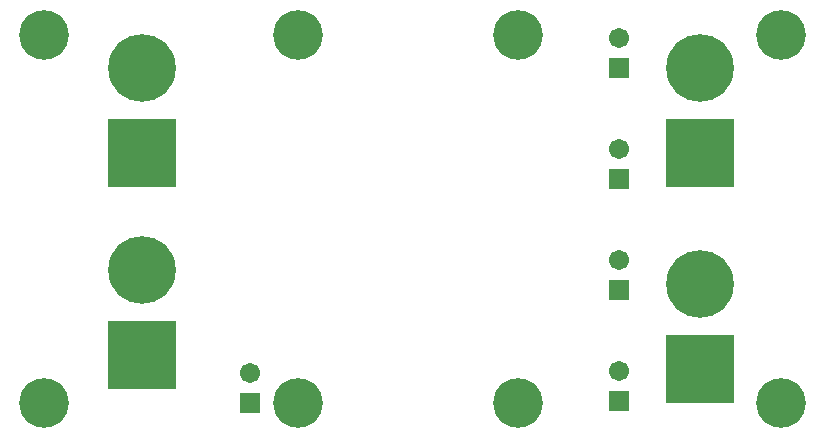
<source format=gbs>
G04*
G04 #@! TF.GenerationSoftware,Altium Limited,Altium Designer,20.0.8 (157)*
G04*
G04 Layer_Color=16711935*
%FSLAX24Y24*%
%MOIN*%
G70*
G01*
G75*
%ADD31R,0.0671X0.0671*%
%ADD32C,0.0671*%
%ADD33C,0.2252*%
%ADD34R,0.2252X0.2252*%
%ADD35C,0.1655*%
D31*
X45650Y25250D02*
D03*
Y28950D02*
D03*
Y21550D02*
D03*
Y32650D02*
D03*
X33350Y21500D02*
D03*
D32*
X45650Y26250D02*
D03*
Y29950D02*
D03*
Y22550D02*
D03*
Y33650D02*
D03*
X33350Y22500D02*
D03*
D33*
X29750Y32667D02*
D03*
Y25917D02*
D03*
X48350Y32667D02*
D03*
Y25467D02*
D03*
D34*
X29750Y29833D02*
D03*
Y23083D02*
D03*
X48350Y29833D02*
D03*
Y22633D02*
D03*
D35*
X34950Y33750D02*
D03*
Y21500D02*
D03*
X51050D02*
D03*
Y33750D02*
D03*
X42300Y21500D02*
D03*
Y33750D02*
D03*
X26500D02*
D03*
Y21500D02*
D03*
M02*

</source>
